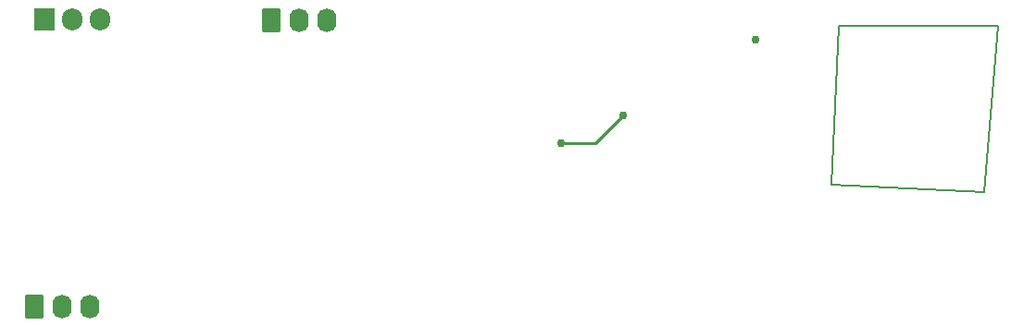
<source format=gbr>
%TF.GenerationSoftware,KiCad,Pcbnew,(6.0.1-0)*%
%TF.CreationDate,2023-01-23T11:43:19-05:00*%
%TF.ProjectId,Bias Coil Driver Full,42696173-2043-46f6-996c-204472697665,rev?*%
%TF.SameCoordinates,Original*%
%TF.FileFunction,Copper,L2,Bot*%
%TF.FilePolarity,Positive*%
%FSLAX46Y46*%
G04 Gerber Fmt 4.6, Leading zero omitted, Abs format (unit mm)*
G04 Created by KiCad (PCBNEW (6.0.1-0)) date 2023-01-23 11:43:19*
%MOMM*%
%LPD*%
G01*
G04 APERTURE LIST*
G04 Aperture macros list*
%AMRoundRect*
0 Rectangle with rounded corners*
0 $1 Rounding radius*
0 $2 $3 $4 $5 $6 $7 $8 $9 X,Y pos of 4 corners*
0 Add a 4 corners polygon primitive as box body*
4,1,4,$2,$3,$4,$5,$6,$7,$8,$9,$2,$3,0*
0 Add four circle primitives for the rounded corners*
1,1,$1+$1,$2,$3*
1,1,$1+$1,$4,$5*
1,1,$1+$1,$6,$7*
1,1,$1+$1,$8,$9*
0 Add four rect primitives between the rounded corners*
20,1,$1+$1,$2,$3,$4,$5,0*
20,1,$1+$1,$4,$5,$6,$7,0*
20,1,$1+$1,$6,$7,$8,$9,0*
20,1,$1+$1,$8,$9,$2,$3,0*%
G04 Aperture macros list end*
%TA.AperFunction,NonConductor*%
%ADD10C,0.200000*%
%TD*%
%TA.AperFunction,ComponentPad*%
%ADD11RoundRect,0.250000X-0.620000X-0.845000X0.620000X-0.845000X0.620000X0.845000X-0.620000X0.845000X0*%
%TD*%
%TA.AperFunction,ComponentPad*%
%ADD12O,1.740000X2.190000*%
%TD*%
%TA.AperFunction,ComponentPad*%
%ADD13R,1.905000X2.000000*%
%TD*%
%TA.AperFunction,ComponentPad*%
%ADD14O,1.905000X2.000000*%
%TD*%
%TA.AperFunction,ViaPad*%
%ADD15C,0.762000*%
%TD*%
%TA.AperFunction,Conductor*%
%ADD16C,0.254000*%
%TD*%
G04 APERTURE END LIST*
D10*
X157480000Y-47625000D02*
X142875000Y-47625000D01*
X156210000Y-62865000D02*
X157480000Y-47625000D01*
X142240000Y-62230000D02*
X156210000Y-62865000D01*
X142875000Y-47625000D02*
X142240000Y-62230000D01*
D11*
%TO.P,J2,1,Pin_1*%
%TO.N,+15V*%
X90970000Y-47075000D03*
D12*
%TO.P,J2,2,Pin_2*%
%TO.N,GND*%
X93510000Y-47075000D03*
%TO.P,J2,3,Pin_3*%
%TO.N,-15V*%
X96050000Y-47075000D03*
%TD*%
D11*
%TO.P,J4,1,Pin_1*%
%TO.N,/Vin_RV*%
X69270000Y-73335000D03*
D12*
%TO.P,J4,2,Pin_2*%
%TO.N,/SIG_Coarse*%
X71810000Y-73335000D03*
%TO.P,J4,3,Pin_3*%
%TO.N,GND*%
X74350000Y-73335000D03*
%TD*%
D13*
%TO.P,U9,1,VI*%
%TO.N,Net-(C19-Pad2)*%
X70210000Y-47055000D03*
D14*
%TO.P,U9,2,GND*%
%TO.N,GND*%
X72750000Y-47055000D03*
%TO.P,U9,3,VO*%
%TO.N,+15V*%
X75290000Y-47055000D03*
%TD*%
D15*
%TO.N,GND*%
X135255000Y-48895000D03*
%TO.N,Net-(R10-Pad2)*%
X117475000Y-58420000D03*
X123190000Y-55880000D03*
%TD*%
D16*
%TO.N,Net-(R10-Pad2)*%
X123190000Y-55880000D02*
X120650000Y-58420000D01*
X120650000Y-58420000D02*
X117475000Y-58420000D01*
%TD*%
M02*

</source>
